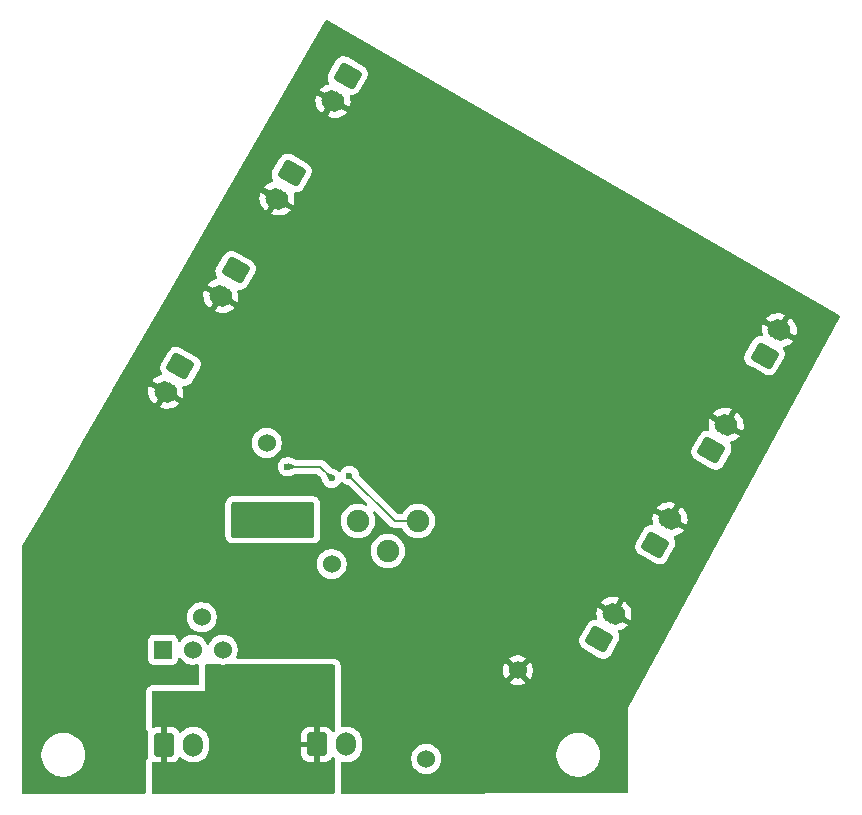
<source format=gbr>
%TF.GenerationSoftware,KiCad,Pcbnew,9.0.5*%
%TF.CreationDate,2025-10-28T18:52:09+09:00*%
%TF.ProjectId,2025_power,32303235-5f70-46f7-9765-722e6b696361,rev?*%
%TF.SameCoordinates,Original*%
%TF.FileFunction,Copper,L2,Bot*%
%TF.FilePolarity,Positive*%
%FSLAX46Y46*%
G04 Gerber Fmt 4.6, Leading zero omitted, Abs format (unit mm)*
G04 Created by KiCad (PCBNEW 9.0.5) date 2025-10-28 18:52:09*
%MOMM*%
%LPD*%
G01*
G04 APERTURE LIST*
G04 Aperture macros list*
%AMRoundRect*
0 Rectangle with rounded corners*
0 $1 Rounding radius*
0 $2 $3 $4 $5 $6 $7 $8 $9 X,Y pos of 4 corners*
0 Add a 4 corners polygon primitive as box body*
4,1,4,$2,$3,$4,$5,$6,$7,$8,$9,$2,$3,0*
0 Add four circle primitives for the rounded corners*
1,1,$1+$1,$2,$3*
1,1,$1+$1,$4,$5*
1,1,$1+$1,$6,$7*
1,1,$1+$1,$8,$9*
0 Add four rect primitives between the rounded corners*
20,1,$1+$1,$2,$3,$4,$5,0*
20,1,$1+$1,$4,$5,$6,$7,0*
20,1,$1+$1,$6,$7,$8,$9,0*
20,1,$1+$1,$8,$9,$2,$3,0*%
%AMHorizOval*
0 Thick line with rounded ends*
0 $1 width*
0 $2 $3 position (X,Y) of the first rounded end (center of the circle)*
0 $4 $5 position (X,Y) of the second rounded end (center of the circle)*
0 Add line between two ends*
20,1,$1,$2,$3,$4,$5,0*
0 Add two circle primitives to create the rounded ends*
1,1,$1,$2,$3*
1,1,$1,$4,$5*%
G04 Aperture macros list end*
%TA.AperFunction,ComponentPad*%
%ADD10RoundRect,0.250000X-0.600000X-0.750000X0.600000X-0.750000X0.600000X0.750000X-0.600000X0.750000X0*%
%TD*%
%TA.AperFunction,ComponentPad*%
%ADD11O,1.700000X2.000000*%
%TD*%
%TA.AperFunction,ComponentPad*%
%ADD12RoundRect,0.250000X-0.349519X0.894615X-0.949519X-0.144615X0.349519X-0.894615X0.949519X0.144615X0*%
%TD*%
%TA.AperFunction,ComponentPad*%
%ADD13HorizOval,1.700000X-0.129904X0.075000X0.129904X-0.075000X0*%
%TD*%
%TA.AperFunction,ComponentPad*%
%ADD14C,1.524000*%
%TD*%
%TA.AperFunction,ComponentPad*%
%ADD15RoundRect,0.250000X0.349519X-0.894615X0.949519X0.144615X-0.349519X0.894615X-0.949519X-0.144615X0*%
%TD*%
%TA.AperFunction,ComponentPad*%
%ADD16R,1.524000X1.524000*%
%TD*%
%TA.AperFunction,ComponentPad*%
%ADD17C,1.900000*%
%TD*%
%TA.AperFunction,ViaPad*%
%ADD18C,0.600000*%
%TD*%
%TA.AperFunction,Conductor*%
%ADD19C,0.200000*%
%TD*%
G04 APERTURE END LIST*
D10*
%TO.P,J1,1,Pin_1*%
%TO.N,GND*%
X87545181Y-115284609D03*
D11*
%TO.P,J1,2,Pin_2*%
%TO.N,+12V*%
X90045181Y-115284609D03*
%TD*%
D12*
%TO.P,J6,1,Pin_1*%
%TO.N,GND*%
X88945000Y-83250000D03*
D13*
%TO.P,J6,2,Pin_2*%
%TO.N,V+*%
X87695000Y-85415064D03*
%TD*%
D10*
%TO.P,J2,1,Pin_1*%
%TO.N,GND*%
X100496169Y-115271592D03*
D11*
%TO.P,J2,2,Pin_2*%
%TO.N,+12V*%
X102996169Y-115271592D03*
%TD*%
D14*
%TO.P,TP4,1,1*%
%TO.N,Net-(D3-K)*%
X101750000Y-100000000D03*
%TD*%
D12*
%TO.P,J8,1,Pin_1*%
%TO.N,GND*%
X98358458Y-66889969D03*
D13*
%TO.P,J8,2,Pin_2*%
%TO.N,V+*%
X97108458Y-69055033D03*
%TD*%
D14*
%TO.P,TP2,1,1*%
%TO.N,+V_SW*%
X90750000Y-104500000D03*
%TD*%
%TO.P,TP3,1,1*%
%TO.N,Vsense*%
X96250000Y-89750000D03*
%TD*%
D15*
%TO.P,J9,1,Pin_1*%
%TO.N,GND*%
X138391543Y-82360032D03*
D13*
%TO.P,J9,2,Pin_2*%
%TO.N,V+*%
X139641543Y-80194968D03*
%TD*%
D12*
%TO.P,J7,1,Pin_1*%
%TO.N,GND*%
X103108458Y-58639969D03*
D13*
%TO.P,J7,2,Pin_2*%
%TO.N,V+*%
X101858458Y-60805033D03*
%TD*%
D12*
%TO.P,J3,1,Pin_1*%
%TO.N,GND*%
X93608458Y-75139969D03*
D13*
%TO.P,J3,2,Pin_2*%
%TO.N,V+*%
X92358458Y-77305033D03*
%TD*%
D15*
%TO.P,J5,1,Pin_1*%
%TO.N,GND*%
X124391543Y-106360032D03*
D13*
%TO.P,J5,2,Pin_2*%
%TO.N,V+*%
X125641543Y-104194968D03*
%TD*%
D15*
%TO.P,J4,1,Pin_1*%
%TO.N,GND*%
X133891543Y-90360032D03*
D13*
%TO.P,J4,2,Pin_2*%
%TO.N,V+*%
X135141543Y-88194968D03*
%TD*%
D16*
%TO.P,SW1,1,A*%
%TO.N,+V_SW*%
X87460000Y-107250000D03*
D14*
%TO.P,SW1,2,B*%
%TO.N,+12V*%
X90000000Y-107250000D03*
%TO.P,SW1,3,C*%
%TO.N,unconnected-(SW1-C-Pad3)*%
X92540000Y-107250000D03*
%TD*%
%TO.P,TP5,1,1*%
%TO.N,V+*%
X117500000Y-109000000D03*
%TD*%
D15*
%TO.P,J10,1,Pin_1*%
%TO.N,GND*%
X129141543Y-98360032D03*
D13*
%TO.P,J10,2,Pin_2*%
%TO.N,V+*%
X130391543Y-96194968D03*
%TD*%
D14*
%TO.P,TP1,1,1*%
%TO.N,GND*%
X109750000Y-116500000D03*
%TD*%
D17*
%TO.P,RV1,1,1*%
%TO.N,unconnected-(RV1-Pad1)*%
X103960000Y-96340000D03*
%TO.P,RV1,2,2*%
%TO.N,GND*%
X106500000Y-98880000D03*
%TO.P,RV1,3,3*%
%TO.N,Vsense*%
X109040000Y-96340000D03*
%TD*%
D18*
%TO.N,Vsense*%
X103250000Y-92500000D03*
%TO.N,GND*%
X93750000Y-95250000D03*
X100000000Y-110900000D03*
X101300000Y-110100000D03*
X92300000Y-111300000D03*
X101300000Y-110900000D03*
X93300000Y-110500000D03*
X94500000Y-96250000D03*
X93300000Y-109600000D03*
X94400000Y-109600000D03*
X100000000Y-110100000D03*
X94400000Y-111300000D03*
X94500000Y-95250000D03*
X95400000Y-111300000D03*
X93300000Y-111300000D03*
X95400000Y-110500000D03*
X94500000Y-97250000D03*
X92300000Y-109600000D03*
X93750000Y-97250000D03*
X94400000Y-110500000D03*
X95400000Y-109600000D03*
X93750000Y-96250000D03*
X92300000Y-110500000D03*
%TO.N,V+*%
X103750000Y-74500000D03*
X118100000Y-83100000D03*
X116000000Y-101000000D03*
X106750000Y-70500000D03*
X100500000Y-74500000D03*
X114200000Y-83000000D03*
X117000000Y-105000000D03*
X118000000Y-107250000D03*
X102750000Y-76750000D03*
X117000000Y-103000000D03*
X113000000Y-107250000D03*
X115000000Y-101000000D03*
X115000000Y-103000000D03*
X106750000Y-69500000D03*
X113000000Y-106000000D03*
X115000000Y-105000000D03*
X105750000Y-70500000D03*
X107250000Y-66500000D03*
X103750000Y-69500000D03*
X117000000Y-74900000D03*
X117000000Y-102000000D03*
X105750000Y-68500000D03*
X117000000Y-84400000D03*
X103250000Y-75750000D03*
X119400000Y-77500000D03*
X100500000Y-76750000D03*
X104750000Y-68500000D03*
X113000000Y-108250000D03*
X115000000Y-106000000D03*
X102750000Y-77750000D03*
X116000000Y-106000000D03*
X120100000Y-76200000D03*
X100000000Y-75750000D03*
X116000000Y-85600000D03*
X101000000Y-75750000D03*
X101000000Y-73500000D03*
X116000000Y-102000000D03*
X121000000Y-75000000D03*
X116000000Y-108250000D03*
X114000000Y-105000000D03*
X104000000Y-68500000D03*
X117000000Y-106000000D03*
X106750000Y-67500000D03*
X115000000Y-107250000D03*
X118000000Y-102000000D03*
X118000000Y-103000000D03*
X118800000Y-76100000D03*
X115000000Y-102000000D03*
X105750000Y-67500000D03*
X116000000Y-105000000D03*
X118750000Y-82000000D03*
X115000000Y-104000000D03*
X104750000Y-67500000D03*
X104750000Y-69500000D03*
X114000000Y-108250000D03*
X116100000Y-83000000D03*
X118200000Y-77300000D03*
X117000000Y-81900000D03*
X116000000Y-107250000D03*
X102500000Y-74500000D03*
X115000000Y-109250000D03*
X101500000Y-74500000D03*
X116000000Y-109250000D03*
X105750000Y-69500000D03*
X117000000Y-101000000D03*
X106250000Y-66500000D03*
X114400000Y-80600000D03*
X114000000Y-106000000D03*
X101500000Y-77750000D03*
X107750000Y-69500000D03*
X114000000Y-107250000D03*
X119000000Y-73900000D03*
X117000000Y-107250000D03*
X118000000Y-106000000D03*
X99500000Y-76750000D03*
X106750000Y-68500000D03*
X101500000Y-76750000D03*
X121200000Y-76300000D03*
X117700000Y-73800000D03*
X102000000Y-75750000D03*
X113300000Y-81600000D03*
X117000000Y-104000000D03*
X108750000Y-67500000D03*
X113400000Y-84100000D03*
X120800000Y-77500000D03*
X105250000Y-66500000D03*
X118300000Y-74900000D03*
X122300000Y-75100000D03*
X120300000Y-74000000D03*
X102000000Y-73500000D03*
X112500000Y-82900000D03*
X122300000Y-76400000D03*
X115000000Y-108250000D03*
X116000000Y-103000000D03*
X118000000Y-101000000D03*
X116000000Y-104000000D03*
X118000000Y-105000000D03*
X119600000Y-74900000D03*
X107750000Y-67500000D03*
X118400000Y-72800000D03*
X104750000Y-74500000D03*
X104250000Y-75750000D03*
X103750000Y-76750000D03*
X107750000Y-68500000D03*
X114000000Y-109250000D03*
X115100000Y-84300000D03*
X118000000Y-104000000D03*
X117600000Y-76100000D03*
X115300000Y-81700000D03*
X116200000Y-76000000D03*
X103000000Y-73500000D03*
%TO.N,Vsense*%
X101750000Y-92750000D03*
X98000000Y-91750000D03*
%TD*%
D19*
%TO.N,Vsense*%
X107090000Y-96340000D02*
X109040000Y-96340000D01*
X103250000Y-92500000D02*
X107090000Y-96340000D01*
X100750000Y-91750000D02*
X101750000Y-92750000D01*
X98000000Y-91750000D02*
X100750000Y-91750000D01*
%TD*%
%TA.AperFunction,Conductor*%
%TO.N,GND*%
G36*
X100193039Y-94769685D02*
G01*
X100238794Y-94822489D01*
X100250000Y-94874000D01*
X100250000Y-97626000D01*
X100230315Y-97693039D01*
X100177511Y-97738794D01*
X100126000Y-97750000D01*
X93374000Y-97750000D01*
X93306961Y-97730315D01*
X93261206Y-97677511D01*
X93250000Y-97626000D01*
X93250000Y-94874000D01*
X93269685Y-94806961D01*
X93322489Y-94761206D01*
X93374000Y-94750000D01*
X100126000Y-94750000D01*
X100193039Y-94769685D01*
G37*
%TD.AperFunction*%
%TD*%
%TA.AperFunction,Conductor*%
%TO.N,V+*%
G36*
X101390822Y-53945415D02*
G01*
X144723188Y-78929842D01*
X144771433Y-78980381D01*
X144784695Y-79048980D01*
X144770282Y-79096324D01*
X126863969Y-112154131D01*
X126863159Y-112155629D01*
X126833608Y-112206814D01*
X126831819Y-112213487D01*
X126828531Y-112219558D01*
X126828531Y-112219559D01*
X126815178Y-112275421D01*
X126814361Y-112278641D01*
X126799500Y-112334104D01*
X126799500Y-112334108D01*
X126799500Y-112341013D01*
X126797894Y-112347732D01*
X126799500Y-112406812D01*
X126799500Y-119276692D01*
X126779815Y-119343731D01*
X126727011Y-119389486D01*
X126675737Y-119400692D01*
X102629737Y-119446669D01*
X102562660Y-119427112D01*
X102516804Y-119374396D01*
X102505500Y-119322669D01*
X102505500Y-116852834D01*
X102525185Y-116785795D01*
X102577989Y-116740040D01*
X102647147Y-116730096D01*
X102667812Y-116734901D01*
X102679926Y-116738838D01*
X102889882Y-116772092D01*
X102889883Y-116772092D01*
X103102455Y-116772092D01*
X103102456Y-116772092D01*
X103312412Y-116738838D01*
X103514581Y-116673149D01*
X103703985Y-116576643D01*
X103797664Y-116508582D01*
X103875955Y-116451701D01*
X103875957Y-116451698D01*
X103875961Y-116451696D01*
X103927018Y-116400639D01*
X108487500Y-116400639D01*
X108487500Y-116599360D01*
X108518587Y-116795637D01*
X108579993Y-116984629D01*
X108579994Y-116984632D01*
X108670213Y-117161694D01*
X108787019Y-117322464D01*
X108927536Y-117462981D01*
X109088306Y-117579787D01*
X109175149Y-117624035D01*
X109265367Y-117670005D01*
X109265370Y-117670006D01*
X109332853Y-117691932D01*
X109454364Y-117731413D01*
X109650639Y-117762500D01*
X109650640Y-117762500D01*
X109849360Y-117762500D01*
X109849361Y-117762500D01*
X110045636Y-117731413D01*
X110234632Y-117670005D01*
X110411694Y-117579787D01*
X110572464Y-117462981D01*
X110712981Y-117322464D01*
X110829787Y-117161694D01*
X110920005Y-116984632D01*
X110981413Y-116795636D01*
X111012500Y-116599361D01*
X111012500Y-116400639D01*
X110981413Y-116204364D01*
X110924341Y-116028712D01*
X110924341Y-116028711D01*
X120774500Y-116028711D01*
X120774500Y-116271288D01*
X120806161Y-116511785D01*
X120868947Y-116746104D01*
X120961773Y-116970205D01*
X120961776Y-116970212D01*
X121083064Y-117180289D01*
X121083066Y-117180292D01*
X121083067Y-117180293D01*
X121230733Y-117372736D01*
X121230739Y-117372743D01*
X121402256Y-117544260D01*
X121402262Y-117544265D01*
X121594711Y-117691936D01*
X121804788Y-117813224D01*
X122028900Y-117906054D01*
X122263211Y-117968838D01*
X122443586Y-117992584D01*
X122503711Y-118000500D01*
X122503712Y-118000500D01*
X122746289Y-118000500D01*
X122794388Y-117994167D01*
X122986789Y-117968838D01*
X123221100Y-117906054D01*
X123445212Y-117813224D01*
X123655289Y-117691936D01*
X123847738Y-117544265D01*
X124019265Y-117372738D01*
X124166936Y-117180289D01*
X124288224Y-116970212D01*
X124381054Y-116746100D01*
X124443838Y-116511789D01*
X124475500Y-116271288D01*
X124475500Y-116028712D01*
X124443838Y-115788211D01*
X124381054Y-115553900D01*
X124288224Y-115329788D01*
X124166936Y-115119711D01*
X124019265Y-114927262D01*
X124019260Y-114927256D01*
X123847743Y-114755739D01*
X123847736Y-114755733D01*
X123655293Y-114608067D01*
X123655292Y-114608066D01*
X123655289Y-114608064D01*
X123445212Y-114486776D01*
X123439959Y-114484600D01*
X123221104Y-114393947D01*
X122986785Y-114331161D01*
X122746289Y-114299500D01*
X122746288Y-114299500D01*
X122503712Y-114299500D01*
X122503711Y-114299500D01*
X122263214Y-114331161D01*
X122028895Y-114393947D01*
X121804794Y-114486773D01*
X121804785Y-114486777D01*
X121594706Y-114608067D01*
X121402263Y-114755733D01*
X121402256Y-114755739D01*
X121230739Y-114927256D01*
X121230733Y-114927263D01*
X121083067Y-115119706D01*
X120961777Y-115329785D01*
X120961773Y-115329794D01*
X120868947Y-115553895D01*
X120806161Y-115788214D01*
X120774500Y-116028711D01*
X110924341Y-116028711D01*
X110920007Y-116015373D01*
X110920005Y-116015367D01*
X110829786Y-115838305D01*
X110793393Y-115788214D01*
X110712981Y-115677536D01*
X110572464Y-115537019D01*
X110411694Y-115420213D01*
X110234632Y-115329994D01*
X110234629Y-115329993D01*
X110045637Y-115268587D01*
X109947498Y-115253043D01*
X109849361Y-115237500D01*
X109650639Y-115237500D01*
X109585214Y-115247862D01*
X109454362Y-115268587D01*
X109265370Y-115329993D01*
X109265367Y-115329994D01*
X109088305Y-115420213D01*
X108927533Y-115537021D01*
X108787021Y-115677533D01*
X108670213Y-115838305D01*
X108579994Y-116015367D01*
X108579993Y-116015370D01*
X108518587Y-116204362D01*
X108487500Y-116400639D01*
X103927018Y-116400639D01*
X104026273Y-116301384D01*
X104026275Y-116301380D01*
X104026278Y-116301378D01*
X104151217Y-116129412D01*
X104151216Y-116129412D01*
X104151220Y-116129408D01*
X104247726Y-115940004D01*
X104313415Y-115737835D01*
X104346669Y-115527879D01*
X104346669Y-115015305D01*
X104313415Y-114805349D01*
X104247726Y-114603180D01*
X104151220Y-114413776D01*
X104151218Y-114413773D01*
X104151217Y-114413771D01*
X104026278Y-114241805D01*
X103875955Y-114091482D01*
X103703989Y-113966543D01*
X103514583Y-113870036D01*
X103514582Y-113870035D01*
X103514581Y-113870035D01*
X103312412Y-113804346D01*
X103312410Y-113804345D01*
X103312409Y-113804345D01*
X103151126Y-113778800D01*
X103102456Y-113771092D01*
X102889882Y-113771092D01*
X102870322Y-113774190D01*
X102679925Y-113804345D01*
X102667813Y-113808281D01*
X102597972Y-113810273D01*
X102538140Y-113774190D01*
X102507315Y-113711487D01*
X102505500Y-113690348D01*
X102505500Y-108900678D01*
X116238000Y-108900678D01*
X116238000Y-109099321D01*
X116269075Y-109295520D01*
X116269075Y-109295523D01*
X116330457Y-109484437D01*
X116420641Y-109661432D01*
X116447730Y-109698715D01*
X116447731Y-109698716D01*
X117119000Y-109027447D01*
X117119000Y-109050160D01*
X117144964Y-109147061D01*
X117195124Y-109233940D01*
X117266060Y-109304876D01*
X117352939Y-109355036D01*
X117449840Y-109381000D01*
X117472553Y-109381000D01*
X116801283Y-110052268D01*
X116801283Y-110052269D01*
X116838567Y-110079358D01*
X117015562Y-110169542D01*
X117204477Y-110230924D01*
X117400679Y-110262000D01*
X117599321Y-110262000D01*
X117795520Y-110230924D01*
X117795523Y-110230924D01*
X117984437Y-110169542D01*
X118161425Y-110079362D01*
X118198716Y-110052268D01*
X117527448Y-109381000D01*
X117550160Y-109381000D01*
X117647061Y-109355036D01*
X117733940Y-109304876D01*
X117804876Y-109233940D01*
X117855036Y-109147061D01*
X117881000Y-109050160D01*
X117881000Y-109027447D01*
X118552268Y-109698715D01*
X118579362Y-109661425D01*
X118669542Y-109484437D01*
X118730924Y-109295523D01*
X118730924Y-109295520D01*
X118762000Y-109099321D01*
X118762000Y-108900678D01*
X118730924Y-108704479D01*
X118730924Y-108704476D01*
X118669542Y-108515562D01*
X118579358Y-108338567D01*
X118552268Y-108301283D01*
X117881000Y-108972551D01*
X117881000Y-108949840D01*
X117855036Y-108852939D01*
X117804876Y-108766060D01*
X117733940Y-108695124D01*
X117647061Y-108644964D01*
X117550160Y-108619000D01*
X117527447Y-108619000D01*
X118198716Y-107947731D01*
X118198715Y-107947730D01*
X118161432Y-107920641D01*
X117984437Y-107830457D01*
X117795522Y-107769075D01*
X117599321Y-107738000D01*
X117400679Y-107738000D01*
X117204479Y-107769075D01*
X117204476Y-107769075D01*
X117015562Y-107830457D01*
X116838564Y-107920643D01*
X116801283Y-107947729D01*
X116801282Y-107947730D01*
X117472554Y-108619000D01*
X117449840Y-108619000D01*
X117352939Y-108644964D01*
X117266060Y-108695124D01*
X117195124Y-108766060D01*
X117144964Y-108852939D01*
X117119000Y-108949840D01*
X117119000Y-108972552D01*
X116447730Y-108301282D01*
X116447729Y-108301283D01*
X116420643Y-108338564D01*
X116330457Y-108515562D01*
X116269075Y-108704476D01*
X116269075Y-108704479D01*
X116238000Y-108900678D01*
X102505500Y-108900678D01*
X102505500Y-108624010D01*
X102505500Y-108624000D01*
X102493947Y-108516544D01*
X102482741Y-108465033D01*
X102479666Y-108455793D01*
X102448616Y-108362502D01*
X102448613Y-108362496D01*
X102370828Y-108241462D01*
X102370825Y-108241457D01*
X102370820Y-108241451D01*
X102325076Y-108188659D01*
X102325072Y-108188656D01*
X102325070Y-108188653D01*
X102216336Y-108094433D01*
X102216331Y-108094430D01*
X102085465Y-108034664D01*
X102085460Y-108034662D01*
X102085459Y-108034662D01*
X102018420Y-108014977D01*
X102018422Y-108014977D01*
X102018417Y-108014976D01*
X101956354Y-108006053D01*
X101876000Y-107994500D01*
X101875998Y-107994500D01*
X93779945Y-107994500D01*
X93712906Y-107974815D01*
X93667151Y-107922011D01*
X93657207Y-107852853D01*
X93669461Y-107814204D01*
X93710003Y-107734637D01*
X93710006Y-107734629D01*
X93729963Y-107673206D01*
X93771413Y-107545636D01*
X93802500Y-107349361D01*
X93802500Y-107150639D01*
X93771413Y-106954364D01*
X93717954Y-106789833D01*
X93710006Y-106765370D01*
X93710005Y-106765367D01*
X93664035Y-106675149D01*
X93619787Y-106588306D01*
X93511157Y-106438789D01*
X122689290Y-106438789D01*
X122694391Y-106614156D01*
X122739800Y-106783623D01*
X122823066Y-106938047D01*
X122939698Y-107069107D01*
X122939699Y-107069109D01*
X123023458Y-107129590D01*
X123023465Y-107129595D01*
X123023471Y-107129598D01*
X123023475Y-107129601D01*
X123965027Y-107673205D01*
X124409121Y-107929602D01*
X124409130Y-107929606D01*
X124503386Y-107971903D01*
X124503387Y-107971903D01*
X124503389Y-107971904D01*
X124675206Y-108007381D01*
X124850574Y-108002279D01*
X125020038Y-107956871D01*
X125174461Y-107873606D01*
X125305521Y-107756973D01*
X125366010Y-107673206D01*
X126016017Y-106547358D01*
X126058318Y-106453090D01*
X126092608Y-106287021D01*
X126093795Y-106281274D01*
X126090638Y-106172722D01*
X126088694Y-106105905D01*
X126043286Y-105936441D01*
X125960020Y-105782017D01*
X125960019Y-105782016D01*
X125956734Y-105775923D01*
X125942242Y-105707573D01*
X125967005Y-105642238D01*
X126023159Y-105600663D01*
X126033784Y-105597297D01*
X126223478Y-105546468D01*
X126417607Y-105460036D01*
X126595814Y-105344308D01*
X126595820Y-105344303D01*
X126753728Y-105202120D01*
X126753737Y-105202109D01*
X126795861Y-105150089D01*
X126795861Y-105150088D01*
X125891542Y-104627980D01*
X125948550Y-104595067D01*
X126041642Y-104501975D01*
X126107468Y-104387961D01*
X126141543Y-104260794D01*
X126141543Y-104194968D01*
X127045861Y-104717076D01*
X127045862Y-104717076D01*
X127069855Y-104654576D01*
X127114035Y-104446726D01*
X127114036Y-104446717D01*
X127125156Y-104234524D01*
X127125156Y-104234517D01*
X127102943Y-104023183D01*
X127047948Y-103817938D01*
X126961515Y-103623806D01*
X126845787Y-103445600D01*
X126845783Y-103445595D01*
X126703599Y-103287685D01*
X126538460Y-103153959D01*
X126538456Y-103153956D01*
X126533047Y-103150833D01*
X126074554Y-103944966D01*
X126041642Y-103887961D01*
X125948550Y-103794869D01*
X125834536Y-103729043D01*
X125707369Y-103694968D01*
X125641542Y-103694968D01*
X126100036Y-102900834D01*
X126100035Y-102900833D01*
X126094622Y-102897708D01*
X125896244Y-102821559D01*
X125896247Y-102821559D01*
X125688397Y-102777379D01*
X125688388Y-102777378D01*
X125476195Y-102766258D01*
X125476188Y-102766258D01*
X125264854Y-102788471D01*
X125059609Y-102843466D01*
X124865475Y-102929900D01*
X124687272Y-103045627D01*
X124529354Y-103187818D01*
X124487222Y-103239845D01*
X125391543Y-103761955D01*
X125334536Y-103794869D01*
X125241444Y-103887961D01*
X125175618Y-104001975D01*
X125141543Y-104129142D01*
X125141543Y-104194967D01*
X125138705Y-104193329D01*
X124237223Y-103672857D01*
X124213230Y-103735360D01*
X124169050Y-103943209D01*
X124169049Y-103943218D01*
X124157929Y-104155411D01*
X124157929Y-104155418D01*
X124180142Y-104366752D01*
X124230968Y-104556440D01*
X124229305Y-104626290D01*
X124190142Y-104684152D01*
X124125914Y-104711656D01*
X124114799Y-104712481D01*
X123932514Y-104717784D01*
X123763047Y-104763193D01*
X123702879Y-104795636D01*
X123608625Y-104846458D01*
X123551201Y-104897560D01*
X123477565Y-104963090D01*
X123417075Y-105046858D01*
X122767071Y-106172702D01*
X122767061Y-106172722D01*
X122724768Y-106266973D01*
X122689290Y-106438789D01*
X93511157Y-106438789D01*
X93502981Y-106427536D01*
X93362464Y-106287019D01*
X93201694Y-106170213D01*
X93024632Y-106079994D01*
X93024629Y-106079993D01*
X92835637Y-106018587D01*
X92737498Y-106003043D01*
X92639361Y-105987500D01*
X92440639Y-105987500D01*
X92375214Y-105997862D01*
X92244362Y-106018587D01*
X92055370Y-106079993D01*
X92055367Y-106079994D01*
X91878305Y-106170213D01*
X91717533Y-106287021D01*
X91577021Y-106427533D01*
X91460213Y-106588305D01*
X91380485Y-106744780D01*
X91332510Y-106795576D01*
X91264689Y-106812371D01*
X91198554Y-106789833D01*
X91159515Y-106744780D01*
X91140179Y-106706832D01*
X91079787Y-106588306D01*
X90962981Y-106427536D01*
X90822464Y-106287019D01*
X90661694Y-106170213D01*
X90484632Y-106079994D01*
X90484629Y-106079993D01*
X90295637Y-106018587D01*
X90197498Y-106003043D01*
X90099361Y-105987500D01*
X89900639Y-105987500D01*
X89835214Y-105997862D01*
X89704362Y-106018587D01*
X89515370Y-106079993D01*
X89515367Y-106079994D01*
X89338305Y-106170213D01*
X89177533Y-106287021D01*
X89037021Y-106427533D01*
X89037021Y-106427534D01*
X89037019Y-106427536D01*
X89018453Y-106453090D01*
X88946817Y-106551688D01*
X88891487Y-106594353D01*
X88821873Y-106600332D01*
X88760078Y-106567726D01*
X88725721Y-106506887D01*
X88722499Y-106478802D01*
X88722499Y-106440129D01*
X88722498Y-106440123D01*
X88722497Y-106440116D01*
X88716091Y-106380517D01*
X88681219Y-106287021D01*
X88665797Y-106245671D01*
X88665793Y-106245664D01*
X88579547Y-106130455D01*
X88579544Y-106130452D01*
X88464335Y-106044206D01*
X88464328Y-106044202D01*
X88329482Y-105993908D01*
X88329483Y-105993908D01*
X88269883Y-105987501D01*
X88269881Y-105987500D01*
X88269873Y-105987500D01*
X88269864Y-105987500D01*
X86650129Y-105987500D01*
X86650123Y-105987501D01*
X86590516Y-105993908D01*
X86455671Y-106044202D01*
X86455664Y-106044206D01*
X86340455Y-106130452D01*
X86340452Y-106130455D01*
X86254206Y-106245664D01*
X86254202Y-106245671D01*
X86203908Y-106380517D01*
X86197501Y-106440116D01*
X86197501Y-106440123D01*
X86197500Y-106440135D01*
X86197500Y-108059870D01*
X86197501Y-108059876D01*
X86203908Y-108119483D01*
X86254202Y-108254328D01*
X86254206Y-108254335D01*
X86340452Y-108369544D01*
X86340455Y-108369547D01*
X86455664Y-108455793D01*
X86455671Y-108455797D01*
X86590517Y-108506091D01*
X86590516Y-108506091D01*
X86597444Y-108506835D01*
X86650127Y-108512500D01*
X88269872Y-108512499D01*
X88329483Y-108506091D01*
X88464331Y-108455796D01*
X88579546Y-108369546D01*
X88665796Y-108254331D01*
X88716091Y-108119483D01*
X88722500Y-108059873D01*
X88722499Y-108021197D01*
X88742182Y-107954161D01*
X88794985Y-107908405D01*
X88864143Y-107898460D01*
X88927699Y-107927483D01*
X88946817Y-107948312D01*
X89037019Y-108072464D01*
X89177536Y-108212981D01*
X89338306Y-108329787D01*
X89355538Y-108338567D01*
X89515367Y-108420005D01*
X89515370Y-108420006D01*
X89609866Y-108450709D01*
X89704364Y-108481413D01*
X89900639Y-108512500D01*
X89900640Y-108512500D01*
X90099360Y-108512500D01*
X90099361Y-108512500D01*
X90295636Y-108481413D01*
X90336354Y-108468182D01*
X90406194Y-108466188D01*
X90466027Y-108502268D01*
X90496856Y-108564969D01*
X90497410Y-108603760D01*
X90494500Y-108623998D01*
X90494500Y-110120500D01*
X90474815Y-110187539D01*
X90422011Y-110233294D01*
X90370500Y-110244500D01*
X86624000Y-110244500D01*
X86623991Y-110244500D01*
X86623990Y-110244501D01*
X86516549Y-110256052D01*
X86516537Y-110256054D01*
X86465027Y-110267260D01*
X86362502Y-110301383D01*
X86362496Y-110301386D01*
X86241462Y-110379171D01*
X86241451Y-110379179D01*
X86188659Y-110424923D01*
X86094433Y-110533664D01*
X86094430Y-110533668D01*
X86034664Y-110664534D01*
X86014976Y-110731582D01*
X85994500Y-110874001D01*
X85994500Y-113720311D01*
X85996480Y-113765007D01*
X85998423Y-113786876D01*
X86004354Y-113831250D01*
X86004354Y-113831251D01*
X86049610Y-113967829D01*
X86071472Y-114011649D01*
X86071474Y-114011652D01*
X86080802Y-114030348D01*
X86080803Y-114030351D01*
X86162705Y-114148645D01*
X86201677Y-114180136D01*
X86210561Y-114191631D01*
X86218199Y-114211188D01*
X86230151Y-114228451D01*
X86230654Y-114243079D01*
X86235979Y-114256714D01*
X86231831Y-114277295D01*
X86232553Y-114298279D01*
X86230151Y-114306459D01*
X86205182Y-114381810D01*
X86194681Y-114484592D01*
X86194681Y-116084610D01*
X86194682Y-116084627D01*
X86205181Y-116187405D01*
X86205182Y-116187408D01*
X86230161Y-116262789D01*
X86232563Y-116332618D01*
X86196831Y-116392659D01*
X86193664Y-116395501D01*
X86188656Y-116399840D01*
X86094433Y-116508578D01*
X86094430Y-116508582D01*
X86034664Y-116639448D01*
X86014976Y-116706496D01*
X85994500Y-116848915D01*
X85994500Y-119354713D01*
X85974815Y-119421752D01*
X85922011Y-119467507D01*
X85870737Y-119478713D01*
X75625599Y-119498302D01*
X75558522Y-119478745D01*
X75512666Y-119426029D01*
X75501362Y-119374131D01*
X75501497Y-119276692D01*
X75505973Y-116028711D01*
X77174500Y-116028711D01*
X77174500Y-116271288D01*
X77206161Y-116511785D01*
X77268947Y-116746104D01*
X77361773Y-116970205D01*
X77361776Y-116970212D01*
X77483064Y-117180289D01*
X77483066Y-117180292D01*
X77483067Y-117180293D01*
X77630733Y-117372736D01*
X77630739Y-117372743D01*
X77802256Y-117544260D01*
X77802262Y-117544265D01*
X77994711Y-117691936D01*
X78204788Y-117813224D01*
X78428900Y-117906054D01*
X78663211Y-117968838D01*
X78843586Y-117992584D01*
X78903711Y-118000500D01*
X78903712Y-118000500D01*
X79146289Y-118000500D01*
X79194388Y-117994167D01*
X79386789Y-117968838D01*
X79621100Y-117906054D01*
X79845212Y-117813224D01*
X80055289Y-117691936D01*
X80247738Y-117544265D01*
X80419265Y-117372738D01*
X80566936Y-117180289D01*
X80688224Y-116970212D01*
X80781054Y-116746100D01*
X80843838Y-116511789D01*
X80875500Y-116271288D01*
X80875500Y-116028712D01*
X80843838Y-115788211D01*
X80781054Y-115553900D01*
X80688224Y-115329788D01*
X80566936Y-115119711D01*
X80419265Y-114927262D01*
X80419260Y-114927256D01*
X80247743Y-114755739D01*
X80247736Y-114755733D01*
X80055293Y-114608067D01*
X80055292Y-114608066D01*
X80055289Y-114608064D01*
X79845212Y-114486776D01*
X79839959Y-114484600D01*
X79621104Y-114393947D01*
X79386785Y-114331161D01*
X79146289Y-114299500D01*
X79146288Y-114299500D01*
X78903712Y-114299500D01*
X78903711Y-114299500D01*
X78663214Y-114331161D01*
X78428895Y-114393947D01*
X78204794Y-114486773D01*
X78204785Y-114486777D01*
X77994706Y-114608067D01*
X77802263Y-114755733D01*
X77802256Y-114755739D01*
X77630739Y-114927256D01*
X77630733Y-114927263D01*
X77483067Y-115119706D01*
X77361777Y-115329785D01*
X77361773Y-115329794D01*
X77268947Y-115553895D01*
X77206161Y-115788214D01*
X77174500Y-116028711D01*
X75505973Y-116028711D01*
X75521999Y-104400639D01*
X89487500Y-104400639D01*
X89487500Y-104599360D01*
X89518587Y-104795637D01*
X89579993Y-104984629D01*
X89579994Y-104984632D01*
X89664299Y-105150088D01*
X89670213Y-105161694D01*
X89787019Y-105322464D01*
X89927536Y-105462981D01*
X90088306Y-105579787D01*
X90175149Y-105624035D01*
X90265367Y-105670005D01*
X90265370Y-105670006D01*
X90359866Y-105700709D01*
X90454364Y-105731413D01*
X90650639Y-105762500D01*
X90650640Y-105762500D01*
X90849360Y-105762500D01*
X90849361Y-105762500D01*
X91045636Y-105731413D01*
X91234632Y-105670005D01*
X91411694Y-105579787D01*
X91572464Y-105462981D01*
X91712981Y-105322464D01*
X91829787Y-105161694D01*
X91920005Y-104984632D01*
X91981413Y-104795636D01*
X92012500Y-104599361D01*
X92012500Y-104400639D01*
X91981413Y-104204364D01*
X91948628Y-104103460D01*
X91920006Y-104015370D01*
X91920005Y-104015367D01*
X91874035Y-103925149D01*
X91829787Y-103838306D01*
X91712981Y-103677536D01*
X91572464Y-103537019D01*
X91411694Y-103420213D01*
X91234632Y-103329994D01*
X91234629Y-103329993D01*
X91216687Y-103324164D01*
X91045637Y-103268587D01*
X90947498Y-103253043D01*
X90849361Y-103237500D01*
X90650639Y-103237500D01*
X90585214Y-103247862D01*
X90454362Y-103268587D01*
X90265370Y-103329993D01*
X90265367Y-103329994D01*
X90088305Y-103420213D01*
X89927533Y-103537021D01*
X89787021Y-103677533D01*
X89670213Y-103838305D01*
X89579994Y-104015367D01*
X89579993Y-104015370D01*
X89518587Y-104204362D01*
X89487500Y-104400639D01*
X75521999Y-104400639D01*
X75528201Y-99900639D01*
X100487500Y-99900639D01*
X100487500Y-100099361D01*
X100490861Y-100120579D01*
X100518587Y-100295637D01*
X100579993Y-100484629D01*
X100579994Y-100484632D01*
X100670213Y-100661694D01*
X100787019Y-100822464D01*
X100927536Y-100962981D01*
X101088306Y-101079787D01*
X101175149Y-101124035D01*
X101265367Y-101170005D01*
X101265370Y-101170006D01*
X101359866Y-101200709D01*
X101454364Y-101231413D01*
X101650639Y-101262500D01*
X101650640Y-101262500D01*
X101849360Y-101262500D01*
X101849361Y-101262500D01*
X102045636Y-101231413D01*
X102234632Y-101170005D01*
X102411694Y-101079787D01*
X102572464Y-100962981D01*
X102712981Y-100822464D01*
X102829787Y-100661694D01*
X102920005Y-100484632D01*
X102981413Y-100295636D01*
X103012500Y-100099361D01*
X103012500Y-99900639D01*
X102981413Y-99704364D01*
X102920005Y-99515368D01*
X102920005Y-99515367D01*
X102829786Y-99338305D01*
X102712981Y-99177536D01*
X102572464Y-99037019D01*
X102411694Y-98920213D01*
X102301406Y-98864018D01*
X102234632Y-98829994D01*
X102234629Y-98829993D01*
X102045637Y-98768587D01*
X102028275Y-98765837D01*
X105049500Y-98765837D01*
X105049500Y-98994162D01*
X105085215Y-99219660D01*
X105155770Y-99436803D01*
X105259421Y-99640228D01*
X105393621Y-99824937D01*
X105555063Y-99986379D01*
X105739772Y-100120579D01*
X105835884Y-100169550D01*
X105943196Y-100224229D01*
X105943198Y-100224229D01*
X105943201Y-100224231D01*
X106059592Y-100262049D01*
X106160339Y-100294784D01*
X106385838Y-100330500D01*
X106385843Y-100330500D01*
X106614162Y-100330500D01*
X106839660Y-100294784D01*
X107056799Y-100224231D01*
X107260228Y-100120579D01*
X107444937Y-99986379D01*
X107606379Y-99824937D01*
X107740579Y-99640228D01*
X107844231Y-99436799D01*
X107914784Y-99219660D01*
X107938629Y-99069109D01*
X107950500Y-98994162D01*
X107950500Y-98765837D01*
X107926475Y-98614156D01*
X107914784Y-98540340D01*
X107914783Y-98540336D01*
X107914783Y-98540335D01*
X107893066Y-98473497D01*
X107881788Y-98438789D01*
X127439290Y-98438789D01*
X127444391Y-98614156D01*
X127489800Y-98783623D01*
X127573066Y-98938047D01*
X127689698Y-99069107D01*
X127689699Y-99069109D01*
X127773458Y-99129590D01*
X127773465Y-99129595D01*
X127773471Y-99129598D01*
X127773475Y-99129601D01*
X128134962Y-99338305D01*
X129159121Y-99929602D01*
X129159130Y-99929606D01*
X129253386Y-99971903D01*
X129253387Y-99971903D01*
X129253389Y-99971904D01*
X129425206Y-100007381D01*
X129600574Y-100002279D01*
X129770038Y-99956871D01*
X129924461Y-99873606D01*
X130055521Y-99756973D01*
X130116010Y-99673206D01*
X130766017Y-98547358D01*
X130808318Y-98453090D01*
X130833425Y-98331489D01*
X130843795Y-98281274D01*
X130840638Y-98172722D01*
X130838694Y-98105905D01*
X130793286Y-97936441D01*
X130766898Y-97887503D01*
X130706734Y-97775923D01*
X130692242Y-97707573D01*
X130717005Y-97642238D01*
X130773159Y-97600663D01*
X130783784Y-97597297D01*
X130973478Y-97546468D01*
X131167607Y-97460036D01*
X131345814Y-97344308D01*
X131345820Y-97344303D01*
X131503728Y-97202120D01*
X131503737Y-97202109D01*
X131545861Y-97150089D01*
X131545861Y-97150088D01*
X130641542Y-96627980D01*
X130698550Y-96595067D01*
X130791642Y-96501975D01*
X130857468Y-96387961D01*
X130891543Y-96260794D01*
X130891543Y-96194968D01*
X131795861Y-96717076D01*
X131795862Y-96717076D01*
X131819855Y-96654576D01*
X131864035Y-96446726D01*
X131864036Y-96446717D01*
X131875156Y-96234524D01*
X131875156Y-96234517D01*
X131852943Y-96023183D01*
X131797948Y-95817938D01*
X131711515Y-95623806D01*
X131595787Y-95445600D01*
X131595783Y-95445595D01*
X131453599Y-95287685D01*
X131288460Y-95153959D01*
X131288456Y-95153956D01*
X131283047Y-95150833D01*
X130824554Y-95944966D01*
X130791642Y-95887961D01*
X130698550Y-95794869D01*
X130584536Y-95729043D01*
X130457369Y-95694968D01*
X130391542Y-95694968D01*
X130850036Y-94900834D01*
X130850035Y-94900833D01*
X130844622Y-94897708D01*
X130646244Y-94821559D01*
X130646247Y-94821559D01*
X130438397Y-94777379D01*
X130438388Y-94777378D01*
X130226195Y-94766258D01*
X130226188Y-94766258D01*
X130014854Y-94788471D01*
X129809609Y-94843466D01*
X129615475Y-94929900D01*
X129437272Y-95045627D01*
X129279354Y-95187818D01*
X129237222Y-95239845D01*
X130141543Y-95761955D01*
X130084536Y-95794869D01*
X129991444Y-95887961D01*
X129925618Y-96001975D01*
X129891543Y-96129142D01*
X129891543Y-96194967D01*
X129888705Y-96193329D01*
X128987223Y-95672857D01*
X128963230Y-95735360D01*
X128919050Y-95943209D01*
X128919049Y-95943218D01*
X128907929Y-96155411D01*
X128907929Y-96155418D01*
X128930142Y-96366752D01*
X128980968Y-96556440D01*
X128979305Y-96626290D01*
X128940142Y-96684152D01*
X128875914Y-96711656D01*
X128864799Y-96712481D01*
X128682514Y-96717784D01*
X128513047Y-96763193D01*
X128378229Y-96835887D01*
X128358625Y-96846458D01*
X128331453Y-96870639D01*
X128227565Y-96963090D01*
X128167075Y-97046858D01*
X127517071Y-98172702D01*
X127517061Y-98172722D01*
X127474768Y-98266973D01*
X127439290Y-98438789D01*
X107881788Y-98438789D01*
X107844229Y-98323196D01*
X107780750Y-98198613D01*
X107740579Y-98119772D01*
X107606379Y-97935063D01*
X107444937Y-97773621D01*
X107260228Y-97639421D01*
X107056803Y-97535770D01*
X106839660Y-97465215D01*
X106614162Y-97429500D01*
X106614157Y-97429500D01*
X106385843Y-97429500D01*
X106385838Y-97429500D01*
X106160339Y-97465215D01*
X105943196Y-97535770D01*
X105739771Y-97639421D01*
X105555061Y-97773622D01*
X105393622Y-97935061D01*
X105259421Y-98119771D01*
X105155770Y-98323196D01*
X105085215Y-98540339D01*
X105049500Y-98765837D01*
X102028275Y-98765837D01*
X101947498Y-98753043D01*
X101849361Y-98737500D01*
X101650639Y-98737500D01*
X101585214Y-98747862D01*
X101454362Y-98768587D01*
X101265370Y-98829993D01*
X101265367Y-98829994D01*
X101088305Y-98920213D01*
X100927533Y-99037021D01*
X100787021Y-99177533D01*
X100670213Y-99338305D01*
X100579994Y-99515367D01*
X100579993Y-99515370D01*
X100518587Y-99704362D01*
X100499490Y-99824937D01*
X100487500Y-99900639D01*
X75528201Y-99900639D01*
X75530064Y-98549140D01*
X75546656Y-98487349D01*
X77631281Y-94874000D01*
X92744500Y-94874000D01*
X92744500Y-97626000D01*
X92744501Y-97626009D01*
X92756052Y-97733450D01*
X92756054Y-97733462D01*
X92767260Y-97784972D01*
X92801383Y-97887497D01*
X92801386Y-97887503D01*
X92879171Y-98008537D01*
X92879179Y-98008548D01*
X92924923Y-98061340D01*
X92924926Y-98061343D01*
X92924930Y-98061347D01*
X93033664Y-98155567D01*
X93033667Y-98155568D01*
X93033668Y-98155569D01*
X93127925Y-98198616D01*
X93164541Y-98215338D01*
X93231580Y-98235023D01*
X93231584Y-98235024D01*
X93374000Y-98255500D01*
X93374003Y-98255500D01*
X100125990Y-98255500D01*
X100126000Y-98255500D01*
X100233456Y-98243947D01*
X100284967Y-98232741D01*
X100319197Y-98221347D01*
X100387497Y-98198616D01*
X100387501Y-98198613D01*
X100387504Y-98198613D01*
X100508543Y-98120825D01*
X100561347Y-98075070D01*
X100655567Y-97966336D01*
X100715338Y-97835459D01*
X100735023Y-97768420D01*
X100735024Y-97768416D01*
X100755500Y-97626000D01*
X100755500Y-94874000D01*
X100743947Y-94766544D01*
X100732741Y-94715033D01*
X100732637Y-94714722D01*
X100698616Y-94612502D01*
X100698613Y-94612496D01*
X100620828Y-94491462D01*
X100620825Y-94491457D01*
X100620820Y-94491451D01*
X100575076Y-94438659D01*
X100575072Y-94438656D01*
X100575070Y-94438653D01*
X100466336Y-94344433D01*
X100466333Y-94344431D01*
X100466331Y-94344430D01*
X100335465Y-94284664D01*
X100335460Y-94284662D01*
X100335459Y-94284662D01*
X100268420Y-94264977D01*
X100268422Y-94264977D01*
X100268417Y-94264976D01*
X100206347Y-94256052D01*
X100126000Y-94244500D01*
X93374000Y-94244500D01*
X93373991Y-94244500D01*
X93373990Y-94244501D01*
X93266549Y-94256052D01*
X93266537Y-94256054D01*
X93215027Y-94267260D01*
X93112502Y-94301383D01*
X93112496Y-94301386D01*
X92991462Y-94379171D01*
X92991451Y-94379179D01*
X92938659Y-94424923D01*
X92844433Y-94533664D01*
X92844430Y-94533668D01*
X92784664Y-94664534D01*
X92764976Y-94731582D01*
X92759949Y-94766549D01*
X92744500Y-94874000D01*
X77631281Y-94874000D01*
X79479078Y-91671153D01*
X97199500Y-91671153D01*
X97199500Y-91828846D01*
X97230261Y-91983489D01*
X97230264Y-91983501D01*
X97290602Y-92129172D01*
X97290609Y-92129185D01*
X97378210Y-92260288D01*
X97378213Y-92260292D01*
X97489707Y-92371786D01*
X97489711Y-92371789D01*
X97620814Y-92459390D01*
X97620827Y-92459397D01*
X97740185Y-92508836D01*
X97766503Y-92519737D01*
X97921153Y-92550499D01*
X97921156Y-92550500D01*
X97921158Y-92550500D01*
X98078844Y-92550500D01*
X98078845Y-92550499D01*
X98233497Y-92519737D01*
X98254964Y-92510843D01*
X98260120Y-92508842D01*
X98676357Y-92357926D01*
X98718624Y-92350500D01*
X100449903Y-92350500D01*
X100516942Y-92370185D01*
X100537583Y-92386818D01*
X100701263Y-92550499D01*
X100817235Y-92666471D01*
X100841872Y-92701609D01*
X101028868Y-93101339D01*
X101028883Y-93101370D01*
X101030655Y-93105157D01*
X101040606Y-93129179D01*
X101048321Y-93140726D01*
X101051915Y-93147716D01*
X101051932Y-93147750D01*
X101054175Y-93152111D01*
X101055028Y-93153630D01*
X101110434Y-93234183D01*
X101113029Y-93237569D01*
X101128208Y-93260286D01*
X101128215Y-93260294D01*
X101239707Y-93371786D01*
X101239711Y-93371789D01*
X101370814Y-93459390D01*
X101370827Y-93459397D01*
X101516498Y-93519735D01*
X101516503Y-93519737D01*
X101671153Y-93550499D01*
X101671156Y-93550500D01*
X101671158Y-93550500D01*
X101828844Y-93550500D01*
X101828845Y-93550499D01*
X101983497Y-93519737D01*
X102129179Y-93459394D01*
X102260289Y-93371789D01*
X102371789Y-93260289D01*
X102459394Y-93129179D01*
X102472643Y-93097192D01*
X102516483Y-93042790D01*
X102582776Y-93020724D01*
X102650476Y-93038002D01*
X102674885Y-93056964D01*
X102739707Y-93121786D01*
X102739711Y-93121789D01*
X102870814Y-93209390D01*
X102870827Y-93209397D01*
X102993705Y-93260294D01*
X103016503Y-93269737D01*
X103081147Y-93282595D01*
X103171849Y-93300638D01*
X103233760Y-93333023D01*
X103235339Y-93334574D01*
X104737420Y-94836655D01*
X104770905Y-94897978D01*
X104765921Y-94967670D01*
X104724049Y-95023603D01*
X104658585Y-95048020D01*
X104593445Y-95034821D01*
X104516806Y-94995771D01*
X104299660Y-94925215D01*
X104074162Y-94889500D01*
X104074157Y-94889500D01*
X103845843Y-94889500D01*
X103845838Y-94889500D01*
X103620339Y-94925215D01*
X103403196Y-94995770D01*
X103199771Y-95099421D01*
X103015061Y-95233622D01*
X102853622Y-95395061D01*
X102719421Y-95579771D01*
X102615770Y-95783196D01*
X102545215Y-96000339D01*
X102509500Y-96225837D01*
X102509500Y-96454162D01*
X102545215Y-96679660D01*
X102615770Y-96896803D01*
X102719421Y-97100228D01*
X102853621Y-97284937D01*
X103015063Y-97446379D01*
X103199772Y-97580579D01*
X103288896Y-97625990D01*
X103403196Y-97684229D01*
X103403198Y-97684229D01*
X103403201Y-97684231D01*
X103475040Y-97707573D01*
X103620339Y-97754784D01*
X103845838Y-97790500D01*
X103845843Y-97790500D01*
X104074162Y-97790500D01*
X104299660Y-97754784D01*
X104516799Y-97684231D01*
X104720228Y-97580579D01*
X104904937Y-97446379D01*
X105066379Y-97284937D01*
X105200579Y-97100228D01*
X105304231Y-96896799D01*
X105374784Y-96679660D01*
X105394300Y-96556440D01*
X105410500Y-96454162D01*
X105410500Y-96225837D01*
X105374784Y-96000339D01*
X105304229Y-95783196D01*
X105265178Y-95706555D01*
X105252282Y-95637886D01*
X105278558Y-95573145D01*
X105335665Y-95532888D01*
X105405470Y-95529896D01*
X105463344Y-95562579D01*
X106605139Y-96704374D01*
X106605149Y-96704385D01*
X106609479Y-96708715D01*
X106609480Y-96708716D01*
X106721284Y-96820520D01*
X106808095Y-96870639D01*
X106808097Y-96870641D01*
X106846151Y-96892611D01*
X106858215Y-96899577D01*
X107010943Y-96940500D01*
X107169057Y-96940500D01*
X107642048Y-96940500D01*
X107709087Y-96960185D01*
X107752533Y-97008205D01*
X107799421Y-97100228D01*
X107933621Y-97284937D01*
X108095063Y-97446379D01*
X108279772Y-97580579D01*
X108368896Y-97625990D01*
X108483196Y-97684229D01*
X108483198Y-97684229D01*
X108483201Y-97684231D01*
X108555040Y-97707573D01*
X108700339Y-97754784D01*
X108925838Y-97790500D01*
X108925843Y-97790500D01*
X109154162Y-97790500D01*
X109379660Y-97754784D01*
X109596799Y-97684231D01*
X109800228Y-97580579D01*
X109984937Y-97446379D01*
X110146379Y-97284937D01*
X110280579Y-97100228D01*
X110384231Y-96896799D01*
X110454784Y-96679660D01*
X110474300Y-96556440D01*
X110490500Y-96454162D01*
X110490500Y-96225837D01*
X110454784Y-96000339D01*
X110384229Y-95783196D01*
X110280578Y-95579771D01*
X110268087Y-95562579D01*
X110146379Y-95395063D01*
X109984937Y-95233621D01*
X109800228Y-95099421D01*
X109596803Y-94995770D01*
X109379660Y-94925215D01*
X109154162Y-94889500D01*
X109154157Y-94889500D01*
X108925843Y-94889500D01*
X108925838Y-94889500D01*
X108700339Y-94925215D01*
X108483196Y-94995770D01*
X108279771Y-95099421D01*
X108095061Y-95233622D01*
X107933622Y-95395061D01*
X107799421Y-95579771D01*
X107752533Y-95671795D01*
X107704558Y-95722591D01*
X107642048Y-95739500D01*
X107390097Y-95739500D01*
X107323058Y-95719815D01*
X107302416Y-95703181D01*
X104084574Y-92485339D01*
X104051089Y-92424016D01*
X104050638Y-92421849D01*
X104019738Y-92266510D01*
X104019737Y-92266503D01*
X104017163Y-92260288D01*
X103959397Y-92120827D01*
X103959390Y-92120814D01*
X103871789Y-91989711D01*
X103871786Y-91989707D01*
X103760292Y-91878213D01*
X103760288Y-91878210D01*
X103629185Y-91790609D01*
X103629172Y-91790602D01*
X103483501Y-91730264D01*
X103483489Y-91730261D01*
X103328845Y-91699500D01*
X103328842Y-91699500D01*
X103171158Y-91699500D01*
X103171155Y-91699500D01*
X103016510Y-91730261D01*
X103016498Y-91730264D01*
X102870827Y-91790602D01*
X102870814Y-91790609D01*
X102739711Y-91878210D01*
X102739707Y-91878213D01*
X102628213Y-91989707D01*
X102628210Y-91989711D01*
X102540609Y-92120814D01*
X102540603Y-92120826D01*
X102527355Y-92152809D01*
X102483513Y-92207211D01*
X102417219Y-92229275D01*
X102349520Y-92211995D01*
X102325114Y-92193035D01*
X102260292Y-92128213D01*
X102260284Y-92128207D01*
X102129181Y-92040607D01*
X102129182Y-92040607D01*
X102107744Y-92031727D01*
X102102657Y-92029485D01*
X101701609Y-91841873D01*
X101666471Y-91817236D01*
X101237590Y-91388355D01*
X101237588Y-91388352D01*
X101118717Y-91269481D01*
X101118716Y-91269480D01*
X101031904Y-91219360D01*
X101031904Y-91219359D01*
X101031900Y-91219358D01*
X100981785Y-91190423D01*
X100829057Y-91149499D01*
X100670943Y-91149499D01*
X100663347Y-91149499D01*
X100663331Y-91149500D01*
X98718625Y-91149500D01*
X98676358Y-91142074D01*
X98261490Y-90991652D01*
X98261456Y-90991640D01*
X98257516Y-90990212D01*
X98233497Y-90980263D01*
X98219991Y-90977576D01*
X98208178Y-90973779D01*
X98206520Y-90973312D01*
X98109793Y-90955377D01*
X98105598Y-90954822D01*
X98101292Y-90953965D01*
X98078842Y-90949500D01*
X97921158Y-90949500D01*
X97921155Y-90949500D01*
X97766510Y-90980261D01*
X97766498Y-90980264D01*
X97620827Y-91040602D01*
X97620814Y-91040609D01*
X97489711Y-91128210D01*
X97489707Y-91128213D01*
X97378213Y-91239707D01*
X97378210Y-91239711D01*
X97290609Y-91370814D01*
X97290602Y-91370827D01*
X97230264Y-91516498D01*
X97230261Y-91516510D01*
X97199500Y-91671153D01*
X79479078Y-91671153D01*
X80644759Y-89650639D01*
X94987500Y-89650639D01*
X94987500Y-89849360D01*
X95018587Y-90045637D01*
X95079993Y-90234629D01*
X95079994Y-90234632D01*
X95103759Y-90281272D01*
X95170213Y-90411694D01*
X95287019Y-90572464D01*
X95427536Y-90712981D01*
X95588306Y-90829787D01*
X95675149Y-90874035D01*
X95765367Y-90920005D01*
X95765370Y-90920006D01*
X95820896Y-90938047D01*
X95954364Y-90981413D01*
X96150639Y-91012500D01*
X96150640Y-91012500D01*
X96349360Y-91012500D01*
X96349361Y-91012500D01*
X96545636Y-90981413D01*
X96734632Y-90920005D01*
X96911694Y-90829787D01*
X97072464Y-90712981D01*
X97212981Y-90572464D01*
X97310101Y-90438789D01*
X132189290Y-90438789D01*
X132194391Y-90614156D01*
X132239800Y-90783623D01*
X132323066Y-90938047D01*
X132439698Y-91069107D01*
X132439699Y-91069109D01*
X132521547Y-91128210D01*
X132523465Y-91129595D01*
X132523471Y-91129598D01*
X132523475Y-91129601D01*
X133193602Y-91516498D01*
X133909121Y-91929602D01*
X133909130Y-91929606D01*
X134003386Y-91971903D01*
X134003387Y-91971903D01*
X134003389Y-91971904D01*
X134175206Y-92007381D01*
X134350574Y-92002279D01*
X134520038Y-91956871D01*
X134674461Y-91873606D01*
X134805521Y-91756973D01*
X134866010Y-91673206D01*
X135516017Y-90547358D01*
X135558318Y-90453090D01*
X135593795Y-90281272D01*
X135588694Y-90105905D01*
X135543286Y-89936441D01*
X135460020Y-89782017D01*
X135460019Y-89782016D01*
X135456734Y-89775923D01*
X135442242Y-89707573D01*
X135467005Y-89642238D01*
X135523159Y-89600663D01*
X135533784Y-89597297D01*
X135723478Y-89546468D01*
X135917607Y-89460036D01*
X136095814Y-89344308D01*
X136095820Y-89344303D01*
X136253728Y-89202120D01*
X136253737Y-89202109D01*
X136295861Y-89150089D01*
X136295861Y-89150088D01*
X135391542Y-88627980D01*
X135448550Y-88595067D01*
X135541642Y-88501975D01*
X135607468Y-88387961D01*
X135641543Y-88260794D01*
X135641543Y-88194968D01*
X136545861Y-88717076D01*
X136545862Y-88717076D01*
X136569855Y-88654576D01*
X136614035Y-88446726D01*
X136614036Y-88446717D01*
X136625156Y-88234524D01*
X136625156Y-88234517D01*
X136602943Y-88023183D01*
X136547948Y-87817938D01*
X136461515Y-87623806D01*
X136345787Y-87445600D01*
X136345783Y-87445595D01*
X136203599Y-87287685D01*
X136038460Y-87153959D01*
X136038456Y-87153956D01*
X136033047Y-87150833D01*
X135574554Y-87944966D01*
X135541642Y-87887961D01*
X135448550Y-87794869D01*
X135334536Y-87729043D01*
X135207369Y-87694968D01*
X135141542Y-87694968D01*
X135600036Y-86900834D01*
X135600035Y-86900833D01*
X135594622Y-86897708D01*
X135396244Y-86821559D01*
X135396247Y-86821559D01*
X135188397Y-86777379D01*
X135188388Y-86777378D01*
X134976195Y-86766258D01*
X134976188Y-86766258D01*
X134764854Y-86788471D01*
X134559609Y-86843466D01*
X134365475Y-86929900D01*
X134187272Y-87045627D01*
X134029354Y-87187818D01*
X133987222Y-87239845D01*
X134891543Y-87761955D01*
X134834536Y-87794869D01*
X134741444Y-87887961D01*
X134675618Y-88001975D01*
X134641543Y-88129142D01*
X134641543Y-88194967D01*
X134638705Y-88193329D01*
X133737223Y-87672857D01*
X133713230Y-87735360D01*
X133669050Y-87943209D01*
X133669049Y-87943218D01*
X133657929Y-88155411D01*
X133657929Y-88155418D01*
X133680142Y-88366752D01*
X133730968Y-88556440D01*
X133729305Y-88626290D01*
X133690142Y-88684152D01*
X133625914Y-88711656D01*
X133614799Y-88712481D01*
X133432514Y-88717784D01*
X133263047Y-88763193D01*
X133128229Y-88835887D01*
X133108625Y-88846458D01*
X133051201Y-88897560D01*
X132977565Y-88963090D01*
X132917075Y-89046858D01*
X132267071Y-90172702D01*
X132267061Y-90172722D01*
X132224768Y-90266973D01*
X132189290Y-90438789D01*
X97310101Y-90438789D01*
X97329787Y-90411694D01*
X97336037Y-90399426D01*
X97346506Y-90378883D01*
X97420005Y-90234632D01*
X97420006Y-90234629D01*
X97422219Y-90227815D01*
X97481413Y-90045636D01*
X97512500Y-89849361D01*
X97512500Y-89650639D01*
X97481413Y-89454364D01*
X97420005Y-89265368D01*
X97420005Y-89265367D01*
X97329786Y-89088305D01*
X97299673Y-89046858D01*
X97212981Y-88927536D01*
X97072464Y-88787019D01*
X96911694Y-88670213D01*
X96881005Y-88654576D01*
X96734632Y-88579994D01*
X96734629Y-88579993D01*
X96545637Y-88518587D01*
X96440752Y-88501975D01*
X96349361Y-88487500D01*
X96150639Y-88487500D01*
X96085214Y-88497862D01*
X95954362Y-88518587D01*
X95765370Y-88579993D01*
X95765367Y-88579994D01*
X95588305Y-88670213D01*
X95427533Y-88787021D01*
X95287021Y-88927533D01*
X95170213Y-89088305D01*
X95079994Y-89265367D01*
X95079993Y-89265370D01*
X95018587Y-89454362D01*
X94987500Y-89650639D01*
X80644759Y-89650639D01*
X82989254Y-85586848D01*
X83111182Y-85375507D01*
X86211386Y-85375507D01*
X86211386Y-85375514D01*
X86233599Y-85586848D01*
X86288594Y-85792093D01*
X86375028Y-85986227D01*
X86490755Y-86164431D01*
X86490759Y-86164436D01*
X86632942Y-86322345D01*
X86798084Y-86456074D01*
X86803493Y-86459197D01*
X86803494Y-86459197D01*
X87261987Y-85665062D01*
X87294901Y-85722071D01*
X87387993Y-85815163D01*
X87502007Y-85880989D01*
X87629174Y-85915064D01*
X87694998Y-85915064D01*
X87236506Y-86709197D01*
X87241922Y-86712324D01*
X87440298Y-86788472D01*
X87648144Y-86832652D01*
X87648151Y-86832653D01*
X87860347Y-86843773D01*
X87860354Y-86843773D01*
X88071687Y-86821560D01*
X88276935Y-86766564D01*
X88471064Y-86680132D01*
X88649271Y-86564404D01*
X88649277Y-86564399D01*
X88807185Y-86422216D01*
X88807194Y-86422205D01*
X88849318Y-86370185D01*
X88849318Y-86370184D01*
X87945000Y-85848075D01*
X88002007Y-85815163D01*
X88095099Y-85722071D01*
X88160925Y-85608057D01*
X88195000Y-85480890D01*
X88195000Y-85415064D01*
X89099318Y-85937172D01*
X89099319Y-85937172D01*
X89123312Y-85874672D01*
X89167492Y-85666822D01*
X89167493Y-85666813D01*
X89178613Y-85454620D01*
X89178613Y-85454613D01*
X89156400Y-85243279D01*
X89105573Y-85053592D01*
X89107236Y-84983742D01*
X89146398Y-84925880D01*
X89210626Y-84898375D01*
X89221742Y-84897550D01*
X89228661Y-84897348D01*
X89228663Y-84897349D01*
X89404031Y-84892247D01*
X89573495Y-84846839D01*
X89727918Y-84763574D01*
X89858978Y-84646941D01*
X89919467Y-84563174D01*
X90569474Y-83437326D01*
X90611775Y-83343058D01*
X90647252Y-83171240D01*
X90642151Y-82995873D01*
X90596743Y-82826409D01*
X90513477Y-82671985D01*
X90396845Y-82540925D01*
X90396844Y-82540924D01*
X90396845Y-82540924D01*
X90389631Y-82535716D01*
X90313078Y-82480437D01*
X90313074Y-82480434D01*
X90313067Y-82480430D01*
X90240942Y-82438789D01*
X136689290Y-82438789D01*
X136694391Y-82614156D01*
X136739800Y-82783623D01*
X136823066Y-82938047D01*
X136939698Y-83069107D01*
X136939699Y-83069109D01*
X137023458Y-83129590D01*
X137023465Y-83129595D01*
X137023471Y-83129598D01*
X137023475Y-83129601D01*
X137556472Y-83437326D01*
X138409121Y-83929602D01*
X138409130Y-83929606D01*
X138503386Y-83971903D01*
X138503387Y-83971903D01*
X138503389Y-83971904D01*
X138675206Y-84007381D01*
X138850574Y-84002279D01*
X139020038Y-83956871D01*
X139174461Y-83873606D01*
X139305521Y-83756973D01*
X139366010Y-83673206D01*
X140016017Y-82547358D01*
X140058318Y-82453090D01*
X140093795Y-82281272D01*
X140088694Y-82105905D01*
X140043286Y-81936441D01*
X139960020Y-81782017D01*
X139960019Y-81782016D01*
X139956734Y-81775923D01*
X139942242Y-81707573D01*
X139967005Y-81642238D01*
X140023159Y-81600663D01*
X140033784Y-81597297D01*
X140223478Y-81546468D01*
X140417607Y-81460036D01*
X140595814Y-81344308D01*
X140595820Y-81344303D01*
X140753728Y-81202120D01*
X140753737Y-81202109D01*
X140795861Y-81150089D01*
X140795861Y-81150088D01*
X139891542Y-80627980D01*
X139948550Y-80595067D01*
X140041642Y-80501975D01*
X140107468Y-80387961D01*
X140141543Y-80260794D01*
X140141543Y-80194968D01*
X141045861Y-80717076D01*
X141045862Y-80717076D01*
X141069855Y-80654576D01*
X141114035Y-80446726D01*
X141114036Y-80446717D01*
X141125156Y-80234524D01*
X141125156Y-80234517D01*
X141102943Y-80023183D01*
X141047948Y-79817938D01*
X140961515Y-79623806D01*
X140845787Y-79445600D01*
X140845783Y-79445595D01*
X140703599Y-79287685D01*
X140538460Y-79153959D01*
X140538456Y-79153956D01*
X140533047Y-79150833D01*
X140074554Y-79944966D01*
X140041642Y-79887961D01*
X139948550Y-79794869D01*
X139834536Y-79729043D01*
X139707369Y-79694968D01*
X139641542Y-79694968D01*
X140100036Y-78900834D01*
X140100035Y-78900833D01*
X140094622Y-78897708D01*
X139896244Y-78821559D01*
X139896247Y-78821559D01*
X139688397Y-78777379D01*
X139688388Y-78777378D01*
X139476195Y-78766258D01*
X139476188Y-78766258D01*
X139264854Y-78788471D01*
X139059609Y-78843466D01*
X138865475Y-78929900D01*
X138687272Y-79045627D01*
X138529354Y-79187818D01*
X138487222Y-79239845D01*
X139391543Y-79761955D01*
X139334536Y-79794869D01*
X139241444Y-79887961D01*
X139175618Y-80001975D01*
X139141543Y-80129142D01*
X139141543Y-80194967D01*
X139138705Y-80193329D01*
X138237223Y-79672857D01*
X138213230Y-79735360D01*
X138169050Y-79943209D01*
X138169049Y-79943218D01*
X138157929Y-80155411D01*
X138157929Y-80155418D01*
X138180142Y-80366752D01*
X138230968Y-80556440D01*
X138229305Y-80626290D01*
X138190142Y-80684152D01*
X138125914Y-80711656D01*
X138114799Y-80712481D01*
X137932514Y-80717784D01*
X137763047Y-80763193D01*
X137628229Y-80835887D01*
X137608625Y-80846458D01*
X137551201Y-80897560D01*
X137477565Y-80963090D01*
X137417075Y-81046858D01*
X136767071Y-82172702D01*
X136767061Y-82172722D01*
X136724768Y-82266973D01*
X136689290Y-82438789D01*
X90240942Y-82438789D01*
X88927433Y-81680436D01*
X88927412Y-81680425D01*
X88833156Y-81638128D01*
X88833152Y-81638127D01*
X88661337Y-81602650D01*
X88485971Y-81607752D01*
X88316504Y-81653161D01*
X88181686Y-81725855D01*
X88162082Y-81736426D01*
X88110852Y-81782017D01*
X88031022Y-81853058D01*
X87970532Y-81936826D01*
X87320528Y-83062670D01*
X87320518Y-83062690D01*
X87278225Y-83156941D01*
X87242747Y-83328757D01*
X87247848Y-83504124D01*
X87247849Y-83504127D01*
X87293257Y-83673591D01*
X87376523Y-83828015D01*
X87376524Y-83828016D01*
X87379809Y-83834108D01*
X87394300Y-83902458D01*
X87369537Y-83967793D01*
X87313383Y-84009368D01*
X87302758Y-84012734D01*
X87113065Y-84063562D01*
X86918932Y-84149996D01*
X86740729Y-84265723D01*
X86582811Y-84407914D01*
X86540679Y-84459941D01*
X87445000Y-84982051D01*
X87387993Y-85014965D01*
X87294901Y-85108057D01*
X87229075Y-85222071D01*
X87195000Y-85349238D01*
X87195000Y-85415062D01*
X86290680Y-84892953D01*
X86266687Y-84955456D01*
X86222507Y-85163305D01*
X86222506Y-85163314D01*
X86211386Y-85375507D01*
X83111182Y-85375507D01*
X83147865Y-85311923D01*
X83148454Y-85310901D01*
X83186161Y-85245543D01*
X87791011Y-77265476D01*
X90874844Y-77265476D01*
X90874844Y-77265483D01*
X90897057Y-77476817D01*
X90952052Y-77682062D01*
X91038486Y-77876196D01*
X91154213Y-78054400D01*
X91154217Y-78054405D01*
X91296400Y-78212314D01*
X91461542Y-78346043D01*
X91466951Y-78349166D01*
X91466952Y-78349166D01*
X91925445Y-77555031D01*
X91958359Y-77612040D01*
X92051451Y-77705132D01*
X92165465Y-77770958D01*
X92292632Y-77805033D01*
X92358456Y-77805033D01*
X91899964Y-78599166D01*
X91905380Y-78602293D01*
X92103756Y-78678441D01*
X92311602Y-78722621D01*
X92311609Y-78722622D01*
X92523805Y-78733742D01*
X92523812Y-78733742D01*
X92735145Y-78711529D01*
X92940393Y-78656533D01*
X93134522Y-78570101D01*
X93312729Y-78454373D01*
X93312735Y-78454368D01*
X93470643Y-78312185D01*
X93470652Y-78312174D01*
X93512776Y-78260154D01*
X93512776Y-78260153D01*
X92608458Y-77738044D01*
X92665465Y-77705132D01*
X92758557Y-77612040D01*
X92824383Y-77498026D01*
X92858458Y-77370859D01*
X92858458Y-77305033D01*
X93762776Y-77827141D01*
X93762777Y-77827141D01*
X93786770Y-77764641D01*
X93830950Y-77556791D01*
X93830951Y-77556782D01*
X93842071Y-77344589D01*
X93842071Y-77344582D01*
X93819858Y-77133248D01*
X93769031Y-76943561D01*
X93770694Y-76873711D01*
X93809856Y-76815849D01*
X93874084Y-76788344D01*
X93885200Y-76787519D01*
X93892119Y-76787317D01*
X93892121Y-76787318D01*
X94067489Y-76782216D01*
X94236953Y-76736808D01*
X94391376Y-76653543D01*
X94522436Y-76536910D01*
X94582925Y-76453143D01*
X95232932Y-75327295D01*
X95275233Y-75233027D01*
X95310710Y-75061209D01*
X95305609Y-74885842D01*
X95260201Y-74716378D01*
X95176935Y-74561954D01*
X95060303Y-74430894D01*
X95060302Y-74430893D01*
X95060301Y-74430891D01*
X94976542Y-74370410D01*
X94976525Y-74370399D01*
X93590891Y-73570405D01*
X93590870Y-73570394D01*
X93496614Y-73528097D01*
X93496610Y-73528096D01*
X93324795Y-73492619D01*
X93149429Y-73497721D01*
X92979962Y-73543130D01*
X92845144Y-73615824D01*
X92825540Y-73626395D01*
X92768116Y-73677497D01*
X92694480Y-73743027D01*
X92633990Y-73826795D01*
X91983986Y-74952639D01*
X91983976Y-74952659D01*
X91941683Y-75046910D01*
X91906205Y-75218726D01*
X91911306Y-75394093D01*
X91911307Y-75394096D01*
X91956715Y-75563560D01*
X92039981Y-75717984D01*
X92039982Y-75717985D01*
X92043267Y-75724077D01*
X92057758Y-75792427D01*
X92032995Y-75857762D01*
X91976841Y-75899337D01*
X91966216Y-75902703D01*
X91776523Y-75953531D01*
X91582390Y-76039965D01*
X91404187Y-76155692D01*
X91246269Y-76297883D01*
X91204137Y-76349910D01*
X92108458Y-76872020D01*
X92051451Y-76904934D01*
X91958359Y-76998026D01*
X91892533Y-77112040D01*
X91858458Y-77239207D01*
X91858458Y-77305031D01*
X90954138Y-76782922D01*
X90930145Y-76845425D01*
X90885965Y-77053274D01*
X90885964Y-77053283D01*
X90874844Y-77265476D01*
X87791011Y-77265476D01*
X92551624Y-69015476D01*
X95624844Y-69015476D01*
X95624844Y-69015483D01*
X95647057Y-69226817D01*
X95702052Y-69432062D01*
X95788486Y-69626196D01*
X95904213Y-69804400D01*
X95904217Y-69804405D01*
X96046400Y-69962314D01*
X96211542Y-70096043D01*
X96216951Y-70099166D01*
X96216952Y-70099166D01*
X96675445Y-69305031D01*
X96708359Y-69362040D01*
X96801451Y-69455132D01*
X96915465Y-69520958D01*
X97042632Y-69555033D01*
X97108456Y-69555033D01*
X96649964Y-70349166D01*
X96655380Y-70352293D01*
X96853756Y-70428441D01*
X97061602Y-70472621D01*
X97061609Y-70472622D01*
X97273805Y-70483742D01*
X97273812Y-70483742D01*
X97485145Y-70461529D01*
X97690393Y-70406533D01*
X97884522Y-70320101D01*
X98062729Y-70204373D01*
X98062735Y-70204368D01*
X98220643Y-70062185D01*
X98220652Y-70062174D01*
X98262776Y-70010154D01*
X98262776Y-70010153D01*
X97358458Y-69488044D01*
X97415465Y-69455132D01*
X97508557Y-69362040D01*
X97574383Y-69248026D01*
X97608458Y-69120859D01*
X97608458Y-69055033D01*
X98512776Y-69577141D01*
X98512777Y-69577141D01*
X98536770Y-69514641D01*
X98580950Y-69306791D01*
X98580951Y-69306782D01*
X98592071Y-69094589D01*
X98592071Y-69094582D01*
X98569858Y-68883248D01*
X98519031Y-68693561D01*
X98520694Y-68623711D01*
X98559856Y-68565849D01*
X98624084Y-68538344D01*
X98635200Y-68537519D01*
X98642119Y-68537317D01*
X98642121Y-68537318D01*
X98817489Y-68532216D01*
X98986953Y-68486808D01*
X99141376Y-68403543D01*
X99272436Y-68286910D01*
X99332925Y-68203143D01*
X99982932Y-67077295D01*
X100025233Y-66983027D01*
X100060710Y-66811209D01*
X100055609Y-66635842D01*
X100010201Y-66466378D01*
X99926935Y-66311954D01*
X99810303Y-66180894D01*
X99810302Y-66180893D01*
X99810301Y-66180891D01*
X99726542Y-66120410D01*
X99726525Y-66120399D01*
X98340891Y-65320405D01*
X98340870Y-65320394D01*
X98246614Y-65278097D01*
X98246610Y-65278096D01*
X98074795Y-65242619D01*
X97899429Y-65247721D01*
X97729962Y-65293130D01*
X97595144Y-65365824D01*
X97575540Y-65376395D01*
X97518116Y-65427497D01*
X97444480Y-65493027D01*
X97383990Y-65576795D01*
X96733986Y-66702639D01*
X96733976Y-66702659D01*
X96691683Y-66796910D01*
X96656205Y-66968726D01*
X96661306Y-67144093D01*
X96661307Y-67144096D01*
X96706715Y-67313560D01*
X96789981Y-67467984D01*
X96789982Y-67467985D01*
X96793267Y-67474077D01*
X96807758Y-67542427D01*
X96782995Y-67607762D01*
X96726841Y-67649337D01*
X96716216Y-67652703D01*
X96526523Y-67703531D01*
X96332390Y-67789965D01*
X96154187Y-67905692D01*
X95996269Y-68047883D01*
X95954137Y-68099910D01*
X96858458Y-68622020D01*
X96801451Y-68654934D01*
X96708359Y-68748026D01*
X96642533Y-68862040D01*
X96608458Y-68989207D01*
X96608458Y-69055031D01*
X95704138Y-68532922D01*
X95680145Y-68595425D01*
X95635965Y-68803274D01*
X95635964Y-68803283D01*
X95624844Y-69015476D01*
X92551624Y-69015476D01*
X97312237Y-60765476D01*
X100374844Y-60765476D01*
X100374844Y-60765483D01*
X100397057Y-60976817D01*
X100452052Y-61182062D01*
X100538486Y-61376196D01*
X100654213Y-61554400D01*
X100654217Y-61554405D01*
X100796400Y-61712314D01*
X100961542Y-61846043D01*
X100966951Y-61849166D01*
X100966952Y-61849166D01*
X101425445Y-61055031D01*
X101458359Y-61112040D01*
X101551451Y-61205132D01*
X101665465Y-61270958D01*
X101792632Y-61305033D01*
X101858456Y-61305033D01*
X101399964Y-62099166D01*
X101405380Y-62102293D01*
X101603756Y-62178441D01*
X101811602Y-62222621D01*
X101811609Y-62222622D01*
X102023805Y-62233742D01*
X102023812Y-62233742D01*
X102235145Y-62211529D01*
X102440393Y-62156533D01*
X102634522Y-62070101D01*
X102812729Y-61954373D01*
X102812735Y-61954368D01*
X102970643Y-61812185D01*
X102970652Y-61812174D01*
X103012776Y-61760154D01*
X103012776Y-61760153D01*
X102108458Y-61238044D01*
X102165465Y-61205132D01*
X102258557Y-61112040D01*
X102324383Y-60998026D01*
X102358458Y-60870859D01*
X102358458Y-60805033D01*
X103262776Y-61327141D01*
X103262777Y-61327141D01*
X103286770Y-61264641D01*
X103330950Y-61056791D01*
X103330951Y-61056782D01*
X103342071Y-60844589D01*
X103342071Y-60844582D01*
X103319858Y-60633248D01*
X103269031Y-60443561D01*
X103270694Y-60373711D01*
X103309856Y-60315849D01*
X103374084Y-60288344D01*
X103385200Y-60287519D01*
X103392119Y-60287317D01*
X103392121Y-60287318D01*
X103567489Y-60282216D01*
X103736953Y-60236808D01*
X103891376Y-60153543D01*
X104022436Y-60036910D01*
X104082925Y-59953143D01*
X104732932Y-58827295D01*
X104775233Y-58733027D01*
X104810710Y-58561209D01*
X104805609Y-58385842D01*
X104760201Y-58216378D01*
X104676935Y-58061954D01*
X104560303Y-57930894D01*
X104560302Y-57930893D01*
X104560301Y-57930891D01*
X104476542Y-57870410D01*
X104476525Y-57870399D01*
X103090891Y-57070405D01*
X103090870Y-57070394D01*
X102996614Y-57028097D01*
X102996610Y-57028096D01*
X102824795Y-56992619D01*
X102649429Y-56997721D01*
X102479962Y-57043130D01*
X102345144Y-57115824D01*
X102325540Y-57126395D01*
X102268116Y-57177497D01*
X102194480Y-57243027D01*
X102133990Y-57326795D01*
X101483986Y-58452639D01*
X101483976Y-58452659D01*
X101441683Y-58546910D01*
X101406205Y-58718726D01*
X101411306Y-58894093D01*
X101411307Y-58894096D01*
X101456715Y-59063560D01*
X101539981Y-59217984D01*
X101539982Y-59217985D01*
X101543267Y-59224077D01*
X101557758Y-59292427D01*
X101532995Y-59357762D01*
X101476841Y-59399337D01*
X101466216Y-59402703D01*
X101276523Y-59453531D01*
X101082390Y-59539965D01*
X100904187Y-59655692D01*
X100746269Y-59797883D01*
X100704137Y-59849910D01*
X101608458Y-60372020D01*
X101551451Y-60404934D01*
X101458359Y-60498026D01*
X101392533Y-60612040D01*
X101358458Y-60739207D01*
X101358458Y-60805031D01*
X100454138Y-60282922D01*
X100430145Y-60345425D01*
X100385965Y-60553274D01*
X100385964Y-60553283D01*
X100374844Y-60765476D01*
X97312237Y-60765476D01*
X101221487Y-53990862D01*
X101272042Y-53942636D01*
X101340646Y-53929398D01*
X101390822Y-53945415D01*
G37*
%TD.AperFunction*%
%TD*%
%TA.AperFunction,Conductor*%
%TO.N,GND*%
G36*
X92371358Y-108501527D02*
G01*
X92440635Y-108512500D01*
X92440639Y-108512500D01*
X92639365Y-108512500D01*
X92708642Y-108501527D01*
X92728041Y-108500000D01*
X101876000Y-108500000D01*
X101943039Y-108519685D01*
X101988794Y-108572489D01*
X102000000Y-108624000D01*
X102000000Y-114121054D01*
X101980315Y-114188093D01*
X101927511Y-114233848D01*
X101858353Y-114243792D01*
X101794797Y-114214767D01*
X101770461Y-114186151D01*
X101688484Y-114053246D01*
X101564514Y-113929276D01*
X101415293Y-113837235D01*
X101415288Y-113837233D01*
X101248866Y-113782086D01*
X101248859Y-113782085D01*
X101146155Y-113771592D01*
X100746169Y-113771592D01*
X100746169Y-114838580D01*
X100689162Y-114805667D01*
X100561995Y-114771592D01*
X100430343Y-114771592D01*
X100303176Y-114805667D01*
X100246169Y-114838580D01*
X100246169Y-113771592D01*
X99846197Y-113771592D01*
X99846181Y-113771593D01*
X99743471Y-113782086D01*
X99577049Y-113837233D01*
X99577044Y-113837235D01*
X99427823Y-113929276D01*
X99303853Y-114053246D01*
X99211812Y-114202467D01*
X99211810Y-114202472D01*
X99156663Y-114368894D01*
X99156662Y-114368901D01*
X99146169Y-114471605D01*
X99146169Y-115021592D01*
X100063157Y-115021592D01*
X100030244Y-115078599D01*
X99996169Y-115205766D01*
X99996169Y-115337418D01*
X100030244Y-115464585D01*
X100063157Y-115521592D01*
X99146170Y-115521592D01*
X99146170Y-116071578D01*
X99156663Y-116174289D01*
X99211810Y-116340711D01*
X99211812Y-116340716D01*
X99303853Y-116489937D01*
X99427823Y-116613907D01*
X99577044Y-116705948D01*
X99577049Y-116705950D01*
X99743471Y-116761097D01*
X99743478Y-116761098D01*
X99846188Y-116771591D01*
X100246168Y-116771591D01*
X100246169Y-116771590D01*
X100246169Y-115704604D01*
X100303176Y-115737517D01*
X100430343Y-115771592D01*
X100561995Y-115771592D01*
X100689162Y-115737517D01*
X100746169Y-115704604D01*
X100746169Y-116771591D01*
X101146141Y-116771591D01*
X101146155Y-116771590D01*
X101248866Y-116761097D01*
X101415288Y-116705950D01*
X101415293Y-116705948D01*
X101564514Y-116613907D01*
X101688484Y-116489937D01*
X101770461Y-116357032D01*
X101822409Y-116310308D01*
X101891372Y-116299085D01*
X101955454Y-116326929D01*
X101994310Y-116384997D01*
X102000000Y-116422129D01*
X102000000Y-119324109D01*
X101980315Y-119391148D01*
X101927511Y-119436903D01*
X101876237Y-119448109D01*
X86624237Y-119477272D01*
X86557160Y-119457715D01*
X86511304Y-119404999D01*
X86500000Y-119353272D01*
X86500000Y-116848914D01*
X86519685Y-116781875D01*
X86572489Y-116736120D01*
X86641647Y-116726176D01*
X86663005Y-116731208D01*
X86792486Y-116774114D01*
X86792490Y-116774115D01*
X86895200Y-116784608D01*
X87295180Y-116784608D01*
X87295181Y-116784607D01*
X87295181Y-115717621D01*
X87352188Y-115750534D01*
X87479355Y-115784609D01*
X87611007Y-115784609D01*
X87738174Y-115750534D01*
X87795181Y-115717621D01*
X87795181Y-116784608D01*
X88195153Y-116784608D01*
X88195167Y-116784607D01*
X88297878Y-116774114D01*
X88464300Y-116718967D01*
X88464305Y-116718965D01*
X88613526Y-116626924D01*
X88737498Y-116502952D01*
X88832996Y-116348125D01*
X88884944Y-116301400D01*
X88953906Y-116290177D01*
X89017989Y-116318021D01*
X89026216Y-116325540D01*
X89165394Y-116464718D01*
X89337360Y-116589657D01*
X89337362Y-116589658D01*
X89337365Y-116589660D01*
X89526769Y-116686166D01*
X89728938Y-116751855D01*
X89938894Y-116785109D01*
X89938895Y-116785109D01*
X90151467Y-116785109D01*
X90151468Y-116785109D01*
X90361424Y-116751855D01*
X90563593Y-116686166D01*
X90752997Y-116589660D01*
X90774970Y-116573695D01*
X90924967Y-116464718D01*
X90924969Y-116464715D01*
X90924973Y-116464713D01*
X91075285Y-116314401D01*
X91075287Y-116314397D01*
X91075290Y-116314395D01*
X91200229Y-116142429D01*
X91200228Y-116142429D01*
X91200232Y-116142425D01*
X91296738Y-115953021D01*
X91362427Y-115750852D01*
X91395681Y-115540896D01*
X91395681Y-115028322D01*
X91362427Y-114818366D01*
X91296738Y-114616197D01*
X91200232Y-114426793D01*
X91200230Y-114426790D01*
X91200229Y-114426788D01*
X91075290Y-114254822D01*
X90924967Y-114104499D01*
X90753001Y-113979560D01*
X90563595Y-113883053D01*
X90563594Y-113883052D01*
X90563593Y-113883052D01*
X90361424Y-113817363D01*
X90361422Y-113817362D01*
X90361421Y-113817362D01*
X90200138Y-113791817D01*
X90151468Y-113784109D01*
X89938894Y-113784109D01*
X89890223Y-113791817D01*
X89728941Y-113817362D01*
X89526766Y-113883053D01*
X89337360Y-113979560D01*
X89165396Y-114104498D01*
X89026216Y-114243678D01*
X88964893Y-114277162D01*
X88895201Y-114272178D01*
X88839268Y-114230306D01*
X88832996Y-114221093D01*
X88737496Y-114066263D01*
X88613526Y-113942293D01*
X88464305Y-113850252D01*
X88464300Y-113850250D01*
X88297878Y-113795103D01*
X88297871Y-113795102D01*
X88195167Y-113784609D01*
X87795181Y-113784609D01*
X87795181Y-114851597D01*
X87738174Y-114818684D01*
X87611007Y-114784609D01*
X87479355Y-114784609D01*
X87352188Y-114818684D01*
X87295181Y-114851597D01*
X87295181Y-113784609D01*
X86895209Y-113784609D01*
X86895193Y-113784610D01*
X86792483Y-113795103D01*
X86663004Y-113838008D01*
X86593175Y-113840410D01*
X86533133Y-113804678D01*
X86501941Y-113742157D01*
X86500000Y-113720302D01*
X86500000Y-110874000D01*
X86519685Y-110806961D01*
X86572489Y-110761206D01*
X86624000Y-110750000D01*
X91000000Y-110750000D01*
X91000000Y-108624000D01*
X91019685Y-108556961D01*
X91072489Y-108511206D01*
X91124000Y-108500000D01*
X92351959Y-108500000D01*
X92371358Y-108501527D01*
G37*
%TD.AperFunction*%
%TD*%
%TA.AperFunction,Conductor*%
%TO.N,Vsense*%
G36*
X101407949Y-92262576D02*
G01*
X101718713Y-92407953D01*
X101904373Y-92494806D01*
X101910414Y-92501416D01*
X101910013Y-92510362D01*
X101909164Y-92511872D01*
X101752015Y-92748734D01*
X101748734Y-92752015D01*
X101511872Y-92909164D01*
X101503084Y-92910883D01*
X101495655Y-92905883D01*
X101494806Y-92904373D01*
X101421997Y-92748734D01*
X101262576Y-92407951D01*
X101262176Y-92399007D01*
X101264900Y-92394724D01*
X101394723Y-92264901D01*
X101402995Y-92261475D01*
X101407949Y-92262576D01*
G37*
%TD.AperFunction*%
%TD*%
%TA.AperFunction,Conductor*%
%TO.N,Vsense*%
G36*
X98071282Y-91460389D02*
G01*
X98586525Y-91647204D01*
X98593134Y-91653244D01*
X98594236Y-91658202D01*
X98594236Y-91841797D01*
X98590809Y-91850070D01*
X98586524Y-91852796D01*
X98071290Y-92039608D01*
X98062344Y-92039207D01*
X98056303Y-92032597D01*
X98055837Y-92030939D01*
X97999469Y-91752318D01*
X97999469Y-91747680D01*
X98055835Y-91469067D01*
X98060834Y-91461641D01*
X98069622Y-91459922D01*
X98071282Y-91460389D01*
G37*
%TD.AperFunction*%
%TD*%
M02*

</source>
